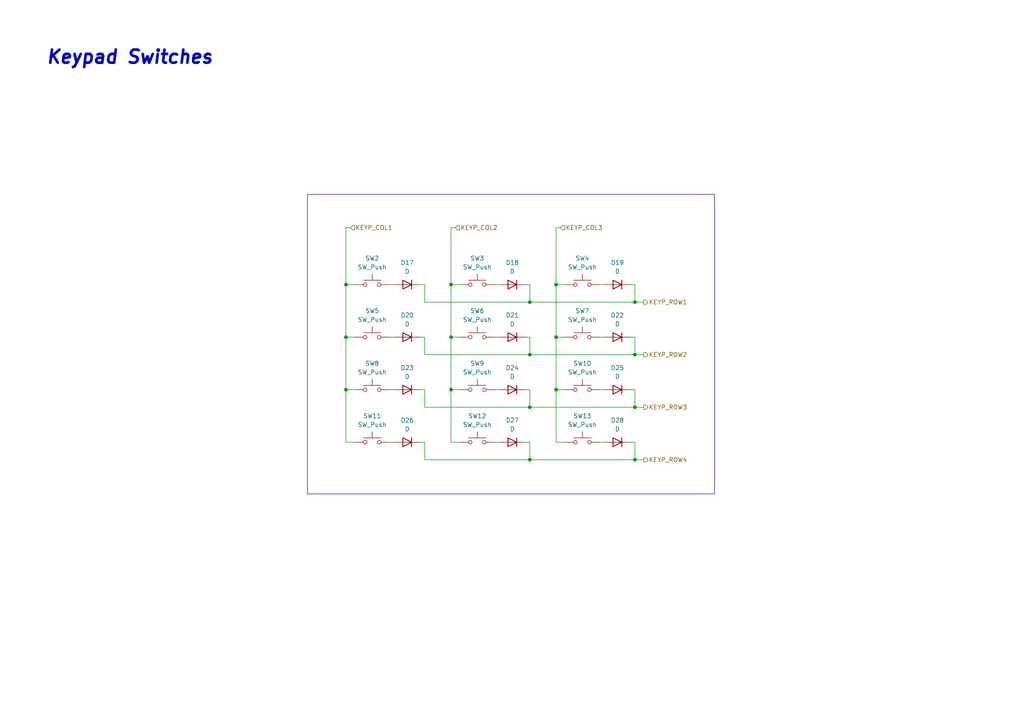
<source format=kicad_sch>
(kicad_sch (version 20250114) (generator "eeschema") (generator_version "9.0")
  (paper "A4")
  (title_block (title "Bluetooth Keypad and USB Hub") (date "2025-12-13") (rev "0") (company "B. Kuhn"))
  (lib_symbols
    (symbol "Device:D" (pin_numbers (hide yes)) (pin_names (offset 1.016) (hide yes))
      (property "Reference" "D" (at 0 2.54 0))
      (property "Value" "D" (at 0 -2.54 0))
      (symbol "D_0_1"
        (polyline (pts (xy -1.27 1.27) (xy -1.27 -1.27)) (stroke (width 0.254)))
        (polyline (pts (xy 1.27 1.27) (xy 1.27 -1.27) (xy -1.27 0) (xy 1.27 1.27)) (stroke (width 0.254)))
        (polyline (pts (xy 1.27 0) (xy -1.27 0)))
      )
      (symbol "D_1_1"
        (pin passive line (at -3.81 0 0) (length 2.54) (name "K") (number "1"))
        (pin passive line (at 3.81 0 180) (length 2.54) (name "A") (number "2"))
      )
    )
    (symbol "Switch:SW_Push" (pin_numbers (hide yes)) (pin_names (offset 1.016) (hide yes))
      (property "Reference" "SW" (at 1.27 2.54 0))
      (property "Value" "SW_Push" (at 0 -1.524 0))
      (symbol "SW_Push_0_1"
        (circle (center -2.032 0) (radius 0.508))
        (polyline (pts (xy 0 1.27) (xy 0 3.048)))
        (circle (center 2.032 0) (radius 0.508))
        (polyline (pts (xy 2.54 1.27) (xy -2.54 1.27)))
        (pin passive line (at -5.08 0 0) (length 2.54) (name "1") (number "1"))
        (pin passive line (at 5.08 0 180) (length 2.54) (name "2") (number "2"))
      )
    )
  )
  (rectangle (start 89.154 56.388) (end 207.264 143.256))
  (text "Keypad Switches" (at 13.208 14.478 0) (effects (font (size 3.81 3.81) (thickness 0.762) (bold yes) (italic yes)) (justify left top)))
  (junction (at 130.81 97.79))
  (junction (at 161.29 113.03))
  (junction (at 130.81 82.55))
  (junction (at 161.29 82.55))
  (junction (at 100.33 113.03))
  (junction (at 100.33 82.55))
  (junction (at 130.81 113.03))
  (junction (at 153.67 118.11))
  (junction (at 153.67 133.35))
  (junction (at 153.67 102.87))
  (junction (at 184.15 102.87))
  (junction (at 153.67 87.63))
  (junction (at 100.33 97.79))
  (junction (at 161.29 97.79))
  (junction (at 184.15 87.63))
  (junction (at 184.15 133.35))
  (junction (at 184.15 118.11))
  (wire (pts (xy 100.33 113.03) (xy 100.33 128.27)))
  (wire (pts (xy 184.15 97.79) (xy 184.15 102.87)))
  (wire (pts (xy 152.4 97.79) (xy 153.67 97.79)))
  (wire (pts (xy 184.15 118.11) (xy 186.69 118.11)))
  (wire (pts (xy 130.81 113.03) (xy 133.35 113.03)))
  (wire (pts (xy 100.33 66.04) (xy 101.6 66.04)))
  (wire (pts (xy 130.81 82.55) (xy 133.35 82.55)))
  (wire (pts (xy 123.19 97.79) (xy 121.92 97.79)))
  (wire (pts (xy 173.99 97.79) (xy 175.26 97.79)))
  (wire (pts (xy 130.81 128.27) (xy 133.35 128.27)))
  (wire (pts (xy 153.67 118.11) (xy 184.15 118.11)))
  (wire (pts (xy 113.03 128.27) (xy 114.3 128.27)))
  (wire (pts (xy 161.29 113.03) (xy 163.83 113.03)))
  (wire (pts (xy 123.19 133.35) (xy 153.67 133.35)))
  (wire (pts (xy 123.19 113.03) (xy 121.92 113.03)))
  (wire (pts (xy 100.33 128.27) (xy 102.87 128.27)))
  (wire (pts (xy 184.15 82.55) (xy 184.15 87.63)))
  (wire (pts (xy 153.67 82.55) (xy 153.67 87.63)))
  (wire (pts (xy 173.99 128.27) (xy 175.26 128.27)))
  (wire (pts (xy 123.19 128.27) (xy 121.92 128.27)))
  (wire (pts (xy 100.33 113.03) (xy 102.87 113.03)))
  (wire (pts (xy 161.29 128.27) (xy 163.83 128.27)))
  (wire (pts (xy 161.29 113.03) (xy 161.29 97.79)))
  (wire (pts (xy 143.51 97.79) (xy 144.78 97.79)))
  (wire (pts (xy 153.67 97.79) (xy 153.67 102.87)))
  (wire (pts (xy 161.29 82.55) (xy 163.83 82.55)))
  (wire (pts (xy 153.67 102.87) (xy 184.15 102.87)))
  (wire (pts (xy 113.03 82.55) (xy 114.3 82.55)))
  (wire (pts (xy 100.33 82.55) (xy 100.33 97.79)))
  (wire (pts (xy 100.33 66.04) (xy 100.33 82.55)))
  (wire (pts (xy 182.88 128.27) (xy 184.15 128.27)))
  (wire (pts (xy 182.88 97.79) (xy 184.15 97.79)))
  (wire (pts (xy 123.19 82.55) (xy 121.92 82.55)))
  (wire (pts (xy 184.15 102.87) (xy 186.69 102.87)))
  (wire (pts (xy 100.33 97.79) (xy 100.33 113.03)))
  (wire (pts (xy 100.33 97.79) (xy 102.87 97.79)))
  (wire (pts (xy 153.67 113.03) (xy 153.67 118.11)))
  (wire (pts (xy 161.29 82.55) (xy 161.29 66.04)))
  (wire (pts (xy 123.19 113.03) (xy 123.19 118.11)))
  (wire (pts (xy 130.81 66.04) (xy 132.08 66.04)))
  (wire (pts (xy 130.81 113.03) (xy 130.81 128.27)))
  (wire (pts (xy 143.51 82.55) (xy 144.78 82.55)))
  (wire (pts (xy 173.99 82.55) (xy 175.26 82.55)))
  (wire (pts (xy 143.51 113.03) (xy 144.78 113.03)))
  (wire (pts (xy 184.15 87.63) (xy 186.69 87.63)))
  (wire (pts (xy 123.19 118.11) (xy 153.67 118.11)))
  (wire (pts (xy 123.19 102.87) (xy 153.67 102.87)))
  (wire (pts (xy 123.19 128.27) (xy 123.19 133.35)))
  (wire (pts (xy 161.29 97.79) (xy 163.83 97.79)))
  (wire (pts (xy 123.19 82.55) (xy 123.19 87.63)))
  (wire (pts (xy 153.67 128.27) (xy 153.67 133.35)))
  (wire (pts (xy 182.88 113.03) (xy 184.15 113.03)))
  (wire (pts (xy 173.99 113.03) (xy 175.26 113.03)))
  (wire (pts (xy 184.15 113.03) (xy 184.15 118.11)))
  (wire (pts (xy 153.67 87.63) (xy 184.15 87.63)))
  (wire (pts (xy 113.03 97.79) (xy 114.3 97.79)))
  (wire (pts (xy 123.19 87.63) (xy 153.67 87.63)))
  (wire (pts (xy 130.81 82.55) (xy 130.81 66.04)))
  (wire (pts (xy 152.4 113.03) (xy 153.67 113.03)))
  (wire (pts (xy 152.4 82.55) (xy 153.67 82.55)))
  (wire (pts (xy 130.81 97.79) (xy 133.35 97.79)))
  (wire (pts (xy 161.29 66.04) (xy 162.56 66.04)))
  (wire (pts (xy 153.67 133.35) (xy 184.15 133.35)))
  (wire (pts (xy 161.29 113.03) (xy 161.29 128.27)))
  (wire (pts (xy 184.15 128.27) (xy 184.15 133.35)))
  (wire (pts (xy 100.33 82.55) (xy 102.87 82.55)))
  (wire (pts (xy 184.15 133.35) (xy 186.69 133.35)))
  (wire (pts (xy 143.51 128.27) (xy 144.78 128.27)))
  (wire (pts (xy 161.29 97.79) (xy 161.29 82.55)))
  (wire (pts (xy 113.03 113.03) (xy 114.3 113.03)))
  (wire (pts (xy 130.81 97.79) (xy 130.81 82.55)))
  (wire (pts (xy 123.19 97.79) (xy 123.19 102.87)))
  (wire (pts (xy 152.4 128.27) (xy 153.67 128.27)))
  (wire (pts (xy 182.88 82.55) (xy 184.15 82.55)))
  (wire (pts (xy 130.81 113.03) (xy 130.81 97.79)))
  (hierarchical_label "KEYP_ROW3" (shape output) (at 186.69 118.11 0))
  (hierarchical_label "KEYP_COL2" (shape input) (at 132.08 66.04 0))
  (hierarchical_label "KEYP_ROW1" (shape output) (at 186.69 87.63 0))
  (hierarchical_label "KEYP_COL3" (shape input) (at 162.56 66.04 0))
  (hierarchical_label "KEYP_ROW2" (shape output) (at 186.69 102.87 0))
  (hierarchical_label "KEYP_COL1" (shape input) (at 101.6 66.04 0))
  (hierarchical_label "KEYP_ROW4" (shape output) (at 186.69 133.35 0))
  (symbol (lib_id "Device:D") (at 148.59 82.55 180) (unit 1)
    (property "Reference" "D18" (at 148.59 76.2 0))
    (property "Value" "D" (at 148.59 78.74 0))
    (property "Description" "Diode" (effects (hide yes)))
    (property "Sim.Device" "D" (effects (hide yes)))
    (property "Sim.Pins" "1=K 2=A" (effects (hide yes)))
  )
  (symbol (lib_id "Device:D") (at 148.59 97.79 180) (unit 1)
    (property "Reference" "D21" (at 148.59 91.44 0))
    (property "Value" "D" (at 148.59 93.98 0))
    (property "Description" "Diode" (effects (hide yes)))
    (property "Sim.Device" "D" (effects (hide yes)))
    (property "Sim.Pins" "1=K 2=A" (effects (hide yes)))
  )
  (symbol (lib_id "Switch:SW_Push") (at 107.95 82.55 0) (unit 1)
    (property "Reference" "SW2" (at 107.95 74.93 0))
    (property "Value" "SW_Push" (at 107.95 77.47 0))
    (property "Description" "Push button switch, generic, two pins" (effects (hide yes)))
  )
  (symbol (lib_id "Switch:SW_Push") (at 107.95 97.79 0) (unit 1)
    (property "Reference" "SW5" (at 107.95 90.17 0))
    (property "Value" "SW_Push" (at 107.95 92.71 0))
    (property "Description" "Push button switch, generic, two pins" (effects (hide yes)))
  )
  (symbol (lib_id "Switch:SW_Push") (at 138.43 82.55 0) (unit 1)
    (property "Reference" "SW3" (at 138.43 74.93 0))
    (property "Value" "SW_Push" (at 138.43 77.47 0))
    (property "Description" "Push button switch, generic, two pins" (effects (hide yes)))
  )
  (symbol (lib_id "Device:D") (at 118.11 128.27 180) (unit 1)
    (property "Reference" "D26" (at 118.11 121.92 0))
    (property "Value" "D" (at 118.11 124.46 0))
    (property "Description" "Diode" (effects (hide yes)))
    (property "Sim.Device" "D" (effects (hide yes)))
    (property "Sim.Pins" "1=K 2=A" (effects (hide yes)))
  )
  (symbol (lib_id "Device:D") (at 148.59 113.03 180) (unit 1)
    (property "Reference" "D24" (at 148.59 106.68 0))
    (property "Value" "D" (at 148.59 109.22 0))
    (property "Description" "Diode" (effects (hide yes)))
    (property "Sim.Device" "D" (effects (hide yes)))
    (property "Sim.Pins" "1=K 2=A" (effects (hide yes)))
  )
  (symbol (lib_id "Switch:SW_Push") (at 138.43 97.79 0) (unit 1)
    (property "Reference" "SW6" (at 138.43 90.17 0))
    (property "Value" "SW_Push" (at 138.43 92.71 0))
    (property "Description" "Push button switch, generic, two pins" (effects (hide yes)))
  )
  (symbol (lib_id "Switch:SW_Push") (at 168.91 97.79 0) (unit 1)
    (property "Reference" "SW7" (at 168.91 90.17 0))
    (property "Value" "SW_Push" (at 168.91 92.71 0))
    (property "Description" "Push button switch, generic, two pins" (effects (hide yes)))
  )
  (symbol (lib_id "Device:D") (at 179.07 113.03 180) (unit 1)
    (property "Reference" "D25" (at 179.07 106.68 0))
    (property "Value" "D" (at 179.07 109.22 0))
    (property "Description" "Diode" (effects (hide yes)))
    (property "Sim.Device" "D" (effects (hide yes)))
    (property "Sim.Pins" "1=K 2=A" (effects (hide yes)))
  )
  (symbol (lib_id "Switch:SW_Push") (at 138.43 113.03 0) (unit 1)
    (property "Reference" "SW9" (at 138.43 105.41 0))
    (property "Value" "SW_Push" (at 138.43 107.95 0))
    (property "Description" "Push button switch, generic, two pins" (effects (hide yes)))
  )
  (symbol (lib_id "Device:D") (at 118.11 82.55 180) (unit 1)
    (property "Reference" "D17" (at 118.11 76.2 0))
    (property "Value" "D" (at 118.11 78.74 0))
    (property "Description" "Diode" (effects (hide yes)))
    (property "Sim.Device" "D" (effects (hide yes)))
    (property "Sim.Pins" "1=K 2=A" (effects (hide yes)))
  )
  (symbol (lib_id "Switch:SW_Push") (at 107.95 113.03 0) (unit 1)
    (property "Reference" "SW8" (at 107.95 105.41 0))
    (property "Value" "SW_Push" (at 107.95 107.95 0))
    (property "Description" "Push button switch, generic, two pins" (effects (hide yes)))
  )
  (symbol (lib_id "Device:D") (at 118.11 97.79 180) (unit 1)
    (property "Reference" "D20" (at 118.11 91.44 0))
    (property "Value" "D" (at 118.11 93.98 0))
    (property "Description" "Diode" (effects (hide yes)))
    (property "Sim.Device" "D" (effects (hide yes)))
    (property "Sim.Pins" "1=K 2=A" (effects (hide yes)))
  )
  (symbol (lib_id "Device:D") (at 179.07 82.55 180) (unit 1)
    (property "Reference" "D19" (at 179.07 76.2 0))
    (property "Value" "D" (at 179.07 78.74 0))
    (property "Description" "Diode" (effects (hide yes)))
    (property "Sim.Device" "D" (effects (hide yes)))
    (property "Sim.Pins" "1=K 2=A" (effects (hide yes)))
  )
  (symbol (lib_id "Switch:SW_Push") (at 168.91 128.27 0) (unit 1)
    (property "Reference" "SW13" (at 168.91 120.65 0))
    (property "Value" "SW_Push" (at 168.91 123.19 0))
    (property "Description" "Push button switch, generic, two pins" (effects (hide yes)))
  )
  (symbol (lib_id "Switch:SW_Push") (at 168.91 113.03 0) (unit 1)
    (property "Reference" "SW10" (at 168.91 105.41 0))
    (property "Value" "SW_Push" (at 168.91 107.95 0))
    (property "Description" "Push button switch, generic, two pins" (effects (hide yes)))
  )
  (symbol (lib_id "Switch:SW_Push") (at 168.91 82.55 0) (unit 1)
    (property "Reference" "SW4" (at 168.91 74.93 0))
    (property "Value" "SW_Push" (at 168.91 77.47 0))
    (property "Description" "Push button switch, generic, two pins" (effects (hide yes)))
  )
  (symbol (lib_id "Device:D") (at 118.11 113.03 180) (unit 1)
    (property "Reference" "D23" (at 118.11 106.68 0))
    (property "Value" "D" (at 118.11 109.22 0))
    (property "Description" "Diode" (effects (hide yes)))
    (property "Sim.Device" "D" (effects (hide yes)))
    (property "Sim.Pins" "1=K 2=A" (effects (hide yes)))
  )
  (symbol (lib_id "Device:D") (at 179.07 128.27 180) (unit 1)
    (property "Reference" "D28" (at 179.07 121.92 0))
    (property "Value" "D" (at 179.07 124.46 0))
    (property "Description" "Diode" (effects (hide yes)))
    (property "Sim.Device" "D" (effects (hide yes)))
    (property "Sim.Pins" "1=K 2=A" (effects (hide yes)))
  )
  (symbol (lib_id "Switch:SW_Push") (at 138.43 128.27 0) (unit 1)
    (property "Reference" "SW12" (at 138.43 120.65 0))
    (property "Value" "SW_Push" (at 138.43 123.19 0))
    (property "Description" "Push button switch, generic, two pins" (effects (hide yes)))
  )
  (symbol (lib_id "Switch:SW_Push") (at 107.95 128.27 0) (unit 1)
    (property "Reference" "SW11" (at 107.95 120.65 0))
    (property "Value" "SW_Push" (at 107.95 123.19 0))
    (property "Description" "Push button switch, generic, two pins" (effects (hide yes)))
  )
  (symbol (lib_id "Device:D") (at 148.59 128.27 180) (unit 1)
    (property "Reference" "D27" (at 148.59 121.92 0))
    (property "Value" "D" (at 148.59 124.46 0))
    (property "Description" "Diode" (effects (hide yes)))
    (property "Sim.Device" "D" (effects (hide yes)))
    (property "Sim.Pins" "1=K 2=A" (effects (hide yes)))
  )
  (symbol (lib_id "Device:D") (at 179.07 97.79 180) (unit 1)
    (property "Reference" "D22" (at 179.07 91.44 0))
    (property "Value" "D" (at 179.07 93.98 0))
    (property "Description" "Diode" (effects (hide yes)))
    (property "Sim.Device" "D" (effects (hide yes)))
    (property "Sim.Pins" "1=K 2=A" (effects (hide yes)))
  )
)
</source>
